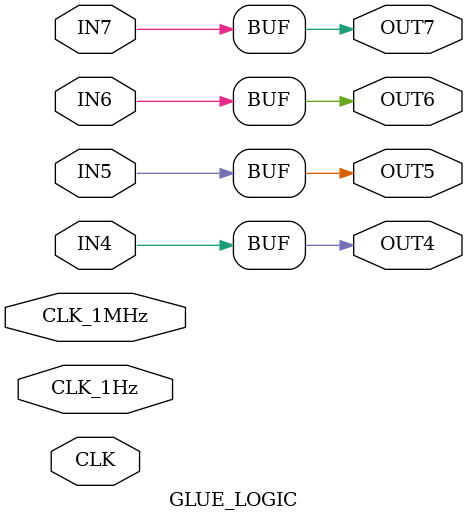
<source format=v>
module GLUE_LOGIC(
	input CLK,
	input CLK_1MHz,
	input CLK_1Hz,
	input IN4,
	input IN5,
	input IN6,
	input IN7,
	output wire OUT4,
	output wire OUT5,
	output wire OUT6, 
	output wire OUT7
	);
	//
	assign OUT4 = IN4;
	assign OUT5 = IN5;
	assign OUT6 = IN6;	
	assign OUT7 = IN7;		
	//
endmodule
</source>
